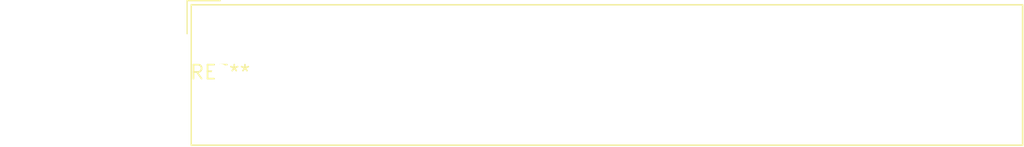
<source format=kicad_pcb>
(kicad_pcb (version 20240108) (generator pcbnew)
  (layers (0 "F.Cu" signal) (31 "B.Cu" signal) (34 "B.Paste" user) (35 "F.Paste" user) (36 "B.SilkS" user "B.Silkscreen") (37 "F.SilkS" user "F.Silkscreen") (38 "B.Mask" user) (39 "F.Mask" user) (44 "Edge.Cuts" user))
  (net 0 "")
  (footprint "Altech_AK300_1x15_P5.00mm_45-Degree" (layer "F.Cu") (at 0 0)
    (property "Reference" "REF**")
    (property "Value" "Altech_AK300_1x15_P5.00mm_45-Degree")
    (fp_line (start -3 -6.5) (end 0 -6.5) (layer "F.SilkS") (stroke (width 0.12)))
    (fp_line (start -3 -3.5) (end -3 -6.5) (layer "F.SilkS") (stroke (width 0.12)))
    (fp_line (start -2.62 -6.12) (end -2.62 6.62) (layer "F.SilkS") (stroke (width 0.12)))
    (fp_line (start -2.62 -6.12) (end -2.62 6.62) (layer "F.SilkS") (stroke (width 0.12)))
    (fp_line (start -2.62 -6.12) (end 72.62 -6.12) (layer "F.SilkS") (stroke (width 0.12)))
    (fp_line (start -2.62 -6.12) (end 72.62 -6.12) (layer "F.SilkS") (stroke (width 0.12)))
    (fp_line (start -2.62 6.62) (end 72.62 6.62) (layer "F.SilkS") (stroke (width 0.12)))
    (fp_line (start -2.62 6.62) (end 72.62 6.62) (layer "F.SilkS") (stroke (width 0.12)))
    (fp_line (start 72.62 -6.12) (end 72.62 6.62) (layer "F.SilkS") (stroke (width 0.12)))
    (fp_line (start 72.62 -6.12) (end 72.62 6.62) (layer "F.SilkS") (stroke (width 0.12)))
    (pad "1" thru_hole rect (at 0 0) (size 3 3) (drill 1.5) (layers *.Cu *.Mask) (remove_unused_layers))
    (pad "2" thru_hole circle (at 5 0) (size 3 3) (drill 1.5) (layers *.Cu *.Mask) (remove_unused_layers))
    (pad "3" thru_hole circle (at 10 0) (size 3 3) (drill 1.5) (layers *.Cu *.Mask) (remove_unused_layers))
    (pad "4" thru_hole circle (at 15 0) (size 3 3) (drill 1.5) (layers *.Cu *.Mask) (remove_unused_layers))
    (pad "5" thru_hole circle (at 20 0) (size 3 3) (drill 1.5) (layers *.Cu *.Mask) (remove_unused_layers))
    (pad "6" thru_hole circle (at 25 0) (size 3 3) (drill 1.5) (layers *.Cu *.Mask) (remove_unused_layers))
    (pad "7" thru_hole circle (at 30 0) (size 3 3) (drill 1.5) (layers *.Cu *.Mask) (remove_unused_layers))
    (pad "8" thru_hole circle (at 35 0) (size 3 3) (drill 1.5) (layers *.Cu *.Mask) (remove_unused_layers))
    (pad "9" thru_hole circle (at 40 0) (size 3 3) (drill 1.5) (layers *.Cu *.Mask) (remove_unused_layers))
    (pad "10" thru_hole circle (at 45 0) (size 3 3) (drill 1.5) (layers *.Cu *.Mask) (remove_unused_layers))
    (pad "11" thru_hole circle (at 50 0) (size 3 3) (drill 1.5) (layers *.Cu *.Mask) (remove_unused_layers))
    (pad "12" thru_hole circle (at 55 0) (size 3 3) (drill 1.5) (layers *.Cu *.Mask) (remove_unused_layers))
    (pad "13" thru_hole circle (at 60 0) (size 3 3) (drill 1.5) (layers *.Cu *.Mask) (remove_unused_layers))
    (pad "14" thru_hole circle (at 65 0) (size 3 3) (drill 1.5) (layers *.Cu *.Mask) (remove_unused_layers))
    (pad "15" thru_hole circle (at 70 0) (size 3 3) (drill 1.5) (layers *.Cu *.Mask) (remove_unused_layers))
  )
)
</source>
